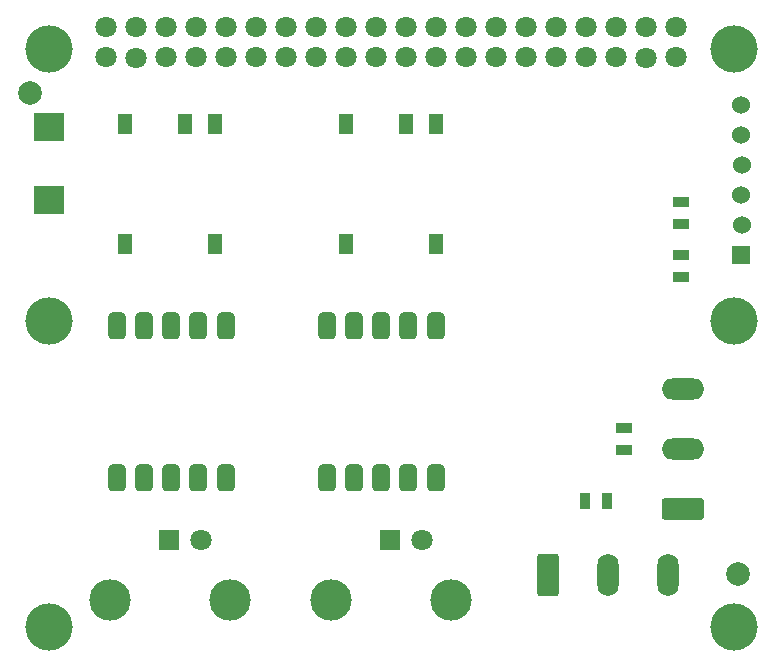
<source format=gts>
%TF.GenerationSoftware,KiCad,Pcbnew,(6.0.0-0)*%
%TF.CreationDate,2022-02-05T16:32:57-08:00*%
%TF.ProjectId,tentacle-raspi,74656e74-6163-46c6-952d-72617370692e,1.0*%
%TF.SameCoordinates,Original*%
%TF.FileFunction,Soldermask,Top*%
%TF.FilePolarity,Negative*%
%FSLAX46Y46*%
G04 Gerber Fmt 4.6, Leading zero omitted, Abs format (unit mm)*
G04 Created by KiCad (PCBNEW (6.0.0-0)) date 2022-02-05 16:32:57*
%MOMM*%
%LPD*%
G01*
G04 APERTURE LIST*
G04 Aperture macros list*
%AMRoundRect*
0 Rectangle with rounded corners*
0 $1 Rounding radius*
0 $2 $3 $4 $5 $6 $7 $8 $9 X,Y pos of 4 corners*
0 Add a 4 corners polygon primitive as box body*
4,1,4,$2,$3,$4,$5,$6,$7,$8,$9,$2,$3,0*
0 Add four circle primitives for the rounded corners*
1,1,$1+$1,$2,$3*
1,1,$1+$1,$4,$5*
1,1,$1+$1,$6,$7*
1,1,$1+$1,$8,$9*
0 Add four rect primitives between the rounded corners*
20,1,$1+$1,$2,$3,$4,$5,0*
20,1,$1+$1,$4,$5,$6,$7,0*
20,1,$1+$1,$6,$7,$8,$9,0*
20,1,$1+$1,$8,$9,$2,$3,0*%
G04 Aperture macros list end*
%ADD10C,2.000000*%
%ADD11C,4.000000*%
%ADD12R,2.600000X2.370000*%
%ADD13R,1.200000X1.800000*%
%ADD14R,1.524000X1.524000*%
%ADD15C,1.524000*%
%ADD16C,3.500000*%
%ADD17R,1.800000X1.800000*%
%ADD18C,1.800000*%
%ADD19R,1.397000X0.889000*%
%ADD20RoundRect,0.381000X0.381000X-0.762000X0.381000X0.762000X-0.381000X0.762000X-0.381000X-0.762000X0*%
%ADD21R,0.889000X1.397000*%
%ADD22RoundRect,0.250000X-0.650000X-1.550000X0.650000X-1.550000X0.650000X1.550000X-0.650000X1.550000X0*%
%ADD23O,1.800000X3.600000*%
%ADD24RoundRect,0.250000X1.550000X-0.650000X1.550000X0.650000X-1.550000X0.650000X-1.550000X-0.650000X0*%
%ADD25O,3.600000X1.800000*%
G04 APERTURE END LIST*
D10*
%TO.C,fiducial*%
X107442000Y-65278000D03*
%TD*%
%TO.C,fiducial*%
X167400000Y-106000000D03*
%TD*%
D11*
%TO.C,PI_Board*%
X109000000Y-110545500D03*
X167000000Y-110545500D03*
X167000000Y-61545500D03*
X109000000Y-61545500D03*
%TD*%
D12*
%TO.C,C101*%
X109000000Y-68130000D03*
X109000000Y-74370000D03*
%TD*%
D13*
%TO.C,DCDC201*%
X123060000Y-67900000D03*
X120520000Y-67900000D03*
X115440000Y-67900000D03*
X115440000Y-78100000D03*
X123060000Y-78100000D03*
%TD*%
%TO.C,DCDC301*%
X141810000Y-67900000D03*
X139270000Y-67900000D03*
X134190000Y-67900000D03*
X134190000Y-78100000D03*
X141810000Y-78100000D03*
%TD*%
D14*
%TO.C,P101*%
X167640000Y-78994000D03*
D15*
X167703500Y-76454000D03*
X167576500Y-73914000D03*
X167703500Y-71374000D03*
X167576500Y-68834000D03*
X167640000Y-66294000D03*
%TD*%
D16*
%TO.C,P201*%
X114186500Y-108250000D03*
X124313500Y-108250000D03*
D17*
X119186500Y-103170000D03*
D18*
X121853500Y-103170000D03*
%TD*%
D16*
%TO.C,P301*%
X132936500Y-108250000D03*
X143063500Y-108250000D03*
D17*
X137936500Y-103170000D03*
D18*
X140603500Y-103170000D03*
%TD*%
%TO.C,PI_BOARD101*%
X113870000Y-62270000D03*
X113870000Y-59730000D03*
X116410000Y-62333500D03*
X116410000Y-59666500D03*
X118950000Y-62270000D03*
X118950000Y-59730000D03*
X121490000Y-62270000D03*
X121490000Y-59730000D03*
X124030000Y-62270000D03*
X124030000Y-59730000D03*
X126570000Y-62270000D03*
X126570000Y-59730000D03*
X129110000Y-62270000D03*
X129110000Y-59730000D03*
X131650000Y-62270000D03*
X131650000Y-59730000D03*
X134190000Y-62270000D03*
X134190000Y-59730000D03*
X136730000Y-62270000D03*
X136730000Y-59730000D03*
X139270000Y-62270000D03*
X139270000Y-59730000D03*
X141810000Y-62270000D03*
X141810000Y-59730000D03*
X144350000Y-62270000D03*
X144350000Y-59730000D03*
X146890000Y-62270000D03*
X146890000Y-59730000D03*
X149430000Y-62270000D03*
X149430000Y-59730000D03*
X151970000Y-62270000D03*
X151970000Y-59730000D03*
X154510000Y-62270000D03*
X154510000Y-59730000D03*
X157050000Y-62270000D03*
X157050000Y-59730000D03*
X159590000Y-62333500D03*
X159590000Y-59666500D03*
X162130000Y-62270000D03*
X162130000Y-59730000D03*
%TD*%
D19*
%TO.C,R101*%
X162560000Y-76390500D03*
X162560000Y-74485500D03*
%TD*%
%TO.C,R102*%
X162560000Y-78994000D03*
X162560000Y-80899000D03*
%TD*%
D20*
%TO.C,STP201*%
X114780000Y-97890000D03*
X117080000Y-97890000D03*
X119380000Y-97890000D03*
X121680000Y-97890000D03*
X123980000Y-97890000D03*
X114780000Y-84990000D03*
X117080000Y-84990000D03*
X119380000Y-84990000D03*
X121680000Y-84990000D03*
X123980000Y-84990000D03*
%TD*%
%TO.C,STP301*%
X132560000Y-97890000D03*
X134860000Y-97890000D03*
X137160000Y-97890000D03*
X139460000Y-97890000D03*
X141760000Y-97890000D03*
X132560000Y-84990000D03*
X134860000Y-84990000D03*
X137160000Y-84990000D03*
X139460000Y-84990000D03*
X141760000Y-84990000D03*
%TD*%
D11*
%TO.C,*%
X167000000Y-84600000D03*
%TD*%
D21*
%TO.C,R2*%
X156300000Y-99822000D03*
X154395000Y-99822000D03*
%TD*%
D22*
%TO.C,J1*%
X151275000Y-106067500D03*
D23*
X156355000Y-106067500D03*
X161435000Y-106067500D03*
%TD*%
D19*
%TO.C,R1*%
X157734000Y-95552500D03*
X157734000Y-93647500D03*
%TD*%
D24*
%TO.C,J2*%
X162667500Y-100525000D03*
D25*
X162667500Y-95445000D03*
X162667500Y-90365000D03*
%TD*%
D11*
%TO.C,*%
X109000000Y-84600000D03*
%TD*%
M02*

</source>
